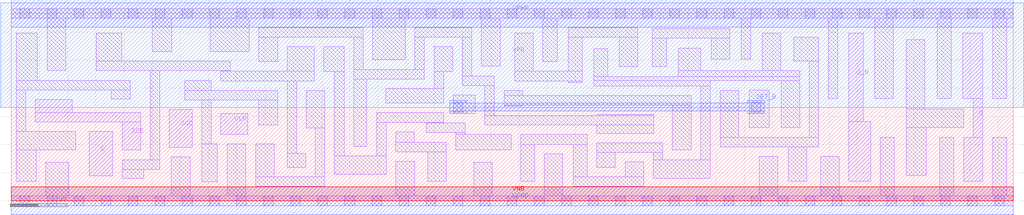
<source format=lef>
# Copyright 2020 The SkyWater PDK Authors
#
# Licensed under the Apache License, Version 2.0 (the "License");
# you may not use this file except in compliance with the License.
# You may obtain a copy of the License at
#
#     https://www.apache.org/licenses/LICENSE-2.0
#
# Unless required by applicable law or agreed to in writing, software
# distributed under the License is distributed on an "AS IS" BASIS,
# WITHOUT WARRANTIES OR CONDITIONS OF ANY KIND, either express or implied.
# See the License for the specific language governing permissions and
# limitations under the License.
#
# SPDX-License-Identifier: Apache-2.0

VERSION 5.7 ;
  NOWIREEXTENSIONATPIN ON ;
  DIVIDERCHAR "/" ;
  BUSBITCHARS "[]" ;
MACRO sky130_fd_sc_ms__sdfsbp_2
  CLASS CORE ;
  FOREIGN sky130_fd_sc_ms__sdfsbp_2 ;
  ORIGIN  0.000000  0.000000 ;
  SIZE  17.76000 BY  3.330000 ;
  SYMMETRY X Y ;
  SITE unit ;
  PIN D
    ANTENNAGATEAREA  0.178200 ;
    DIRECTION INPUT ;
    USE SIGNAL ;
    PORT
      LAYER li1 ;
        RECT 1.385000 0.440000 1.795000 1.230000 ;
    END
  END D
  PIN Q
    ANTENNADIFFAREA  0.509600 ;
    DIRECTION OUTPUT ;
    USE SIGNAL ;
    PORT
      LAYER li1 ;
        RECT 16.865000 1.820000 17.225000 2.980000 ;
        RECT 16.885000 0.350000 17.225000 1.130000 ;
        RECT 17.055000 1.130000 17.225000 1.820000 ;
    END
  END Q
  PIN Q_N
    ANTENNADIFFAREA  0.524400 ;
    DIRECTION OUTPUT ;
    USE SIGNAL ;
    PORT
      LAYER li1 ;
        RECT 14.850000 0.350000 15.235000 1.410000 ;
        RECT 14.850000 1.410000 15.105000 2.980000 ;
    END
  END Q_N
  PIN SCD
    ANTENNAGATEAREA  0.178200 ;
    DIRECTION INPUT ;
    USE SIGNAL ;
    PORT
      LAYER li1 ;
        RECT 2.805000 0.950000 3.205000 1.620000 ;
    END
  END SCD
  PIN SCE
    ANTENNAGATEAREA  0.356400 ;
    DIRECTION INPUT ;
    USE SIGNAL ;
    PORT
      LAYER li1 ;
        RECT 0.425000 1.400000 2.295000 1.570000 ;
        RECT 0.425000 1.570000 1.085000 1.800000 ;
        RECT 1.965000 0.900000 2.295000 1.400000 ;
    END
  END SCE
  PIN SET_B
    ANTENNAGATEAREA  0.277200 ;
    DIRECTION INPUT ;
    USE SIGNAL ;
    PORT
      LAYER met1 ;
        RECT  7.775000 1.550000  8.065000 1.595000 ;
        RECT  7.775000 1.595000 13.345000 1.735000 ;
        RECT  7.775000 1.735000  8.065000 1.780000 ;
        RECT 13.055000 1.550000 13.345000 1.595000 ;
        RECT 13.055000 1.735000 13.345000 1.780000 ;
    END
  END SET_B
  PIN CLK
    ANTENNAGATEAREA  0.312600 ;
    DIRECTION INPUT ;
    USE CLOCK ;
    PORT
      LAYER li1 ;
        RECT 3.715000 1.180000 4.195000 1.550000 ;
    END
  END CLK
  PIN VGND
    DIRECTION INOUT ;
    USE GROUND ;
    PORT
      LAYER met1 ;
        RECT 0.000000 -0.245000 17.760000 0.245000 ;
    END
  END VGND
  PIN VNB
    DIRECTION INOUT ;
    USE GROUND ;
    PORT
      LAYER pwell ;
        RECT 0.000000 0.000000 17.760000 0.245000 ;
    END
  END VNB
  PIN VPB
    DIRECTION INOUT ;
    USE POWER ;
    PORT
      LAYER nwell ;
        RECT -0.190000 1.660000 17.950000 3.520000 ;
    END
  END VPB
  PIN VPWR
    DIRECTION INOUT ;
    USE POWER ;
    PORT
      LAYER met1 ;
        RECT 0.000000 3.085000 17.760000 3.575000 ;
    END
  END VPWR
  OBS
    LAYER li1 ;
      RECT  0.000000 -0.085000 17.760000 0.085000 ;
      RECT  0.000000  3.245000 17.760000 3.415000 ;
      RECT  0.085000  0.350000  0.445000 0.900000 ;
      RECT  0.085000  0.900000  1.145000 1.230000 ;
      RECT  0.085000  1.230000  0.255000 1.970000 ;
      RECT  0.085000  1.970000  2.105000 2.140000 ;
      RECT  0.085000  2.140000  0.465000 2.980000 ;
      RECT  0.615000  0.085000  1.020000 0.680000 ;
      RECT  0.635000  2.310000  0.965000 3.245000 ;
      RECT  1.505000  2.310000  3.885000 2.480000 ;
      RECT  1.505000  2.480000  1.955000 2.980000 ;
      RECT  1.775000  1.810000  2.105000 1.970000 ;
      RECT  1.965000  0.400000  2.350000 0.560000 ;
      RECT  1.965000  0.560000  2.635000 0.730000 ;
      RECT  2.465000  0.730000  2.635000 2.310000 ;
      RECT  2.495000  2.650000  2.845000 3.245000 ;
      RECT  2.840000  0.085000  3.170000 0.780000 ;
      RECT  3.075000  1.790000  4.720000 1.960000 ;
      RECT  3.075000  1.960000  3.545000 2.140000 ;
      RECT  3.375000  0.340000  3.650000 1.010000 ;
      RECT  3.375000  1.010000  3.545000 1.790000 ;
      RECT  3.525000  2.650000  4.220000 3.245000 ;
      RECT  3.715000  2.130000  5.370000 2.300000 ;
      RECT  3.715000  2.300000  3.885000 2.310000 ;
      RECT  3.830000  0.085000  4.160000 1.010000 ;
      RECT  4.330000  0.255000  5.560000 0.425000 ;
      RECT  4.330000  0.425000  4.660000 1.010000 ;
      RECT  4.390000  1.350000  4.720000 1.790000 ;
      RECT  4.390000  2.470000  4.720000 2.905000 ;
      RECT  4.390000  2.905000  6.240000 3.075000 ;
      RECT  4.890000  0.595000  5.220000 0.845000 ;
      RECT  4.890000  0.845000  5.060000 2.130000 ;
      RECT  4.890000  2.300000  5.370000 2.735000 ;
      RECT  5.230000  1.290000  5.560000 1.960000 ;
      RECT  5.390000  0.425000  5.560000 1.290000 ;
      RECT  5.540000  2.295000  5.900000 2.735000 ;
      RECT  5.730000  0.470000  6.645000 0.800000 ;
      RECT  5.730000  0.800000  5.900000 2.295000 ;
      RECT  6.070000  0.970000  6.305000 2.165000 ;
      RECT  6.070000  2.165000  7.325000 2.335000 ;
      RECT  6.070000  2.335000  6.240000 2.905000 ;
      RECT  6.410000  2.505000  6.985000 3.245000 ;
      RECT  6.475000  0.800000  6.645000 1.395000 ;
      RECT  6.475000  1.395000  7.665000 1.565000 ;
      RECT  6.635000  1.735000  7.665000 1.995000 ;
      RECT  6.815000  0.085000  7.150000 0.700000 ;
      RECT  6.815000  0.870000  7.710000 1.040000 ;
      RECT  6.815000  1.040000  7.145000 1.225000 ;
      RECT  7.155000  2.335000  7.325000 2.905000 ;
      RECT  7.155000  2.905000  8.165000 3.075000 ;
      RECT  7.355000  1.210000  8.050000 1.380000 ;
      RECT  7.355000  1.380000  7.665000 1.395000 ;
      RECT  7.380000  0.350000  7.710000 0.870000 ;
      RECT  7.495000  1.995000  7.665000 2.295000 ;
      RECT  7.495000  2.295000  7.825000 2.735000 ;
      RECT  7.835000  1.550000  8.225000 1.880000 ;
      RECT  7.880000  0.900000  8.860000 1.175000 ;
      RECT  7.880000  1.175000  8.050000 1.210000 ;
      RECT  7.995000  2.050000  8.565000 2.220000 ;
      RECT  7.995000  2.220000  8.165000 2.905000 ;
      RECT  8.200000  0.085000  8.530000 0.680000 ;
      RECT  8.335000  2.390000  8.665000 3.245000 ;
      RECT  8.395000  1.345000 11.390000 1.515000 ;
      RECT  8.395000  1.515000  8.565000 2.050000 ;
      RECT  8.735000  1.685000  9.065000 1.700000 ;
      RECT  8.735000  1.700000 12.050000 1.870000 ;
      RECT  8.735000  1.870000  9.065000 1.960000 ;
      RECT  8.925000  2.130000 10.125000 2.300000 ;
      RECT  8.925000  2.300000  9.255000 2.980000 ;
      RECT  9.030000  0.350000  9.280000 1.005000 ;
      RECT  9.030000  1.005000 10.210000 1.175000 ;
      RECT  9.425000  2.470000  9.675000 3.245000 ;
      RECT  9.450000  0.085000  9.780000 0.835000 ;
      RECT  9.875000  2.100000 10.125000 2.130000 ;
      RECT  9.875000  2.300000 10.125000 2.905000 ;
      RECT  9.875000  2.905000 11.105000 3.075000 ;
      RECT  9.960000  0.255000 11.210000 0.425000 ;
      RECT  9.960000  0.425000 10.210000 1.005000 ;
      RECT 10.325000  2.040000 12.390000 2.140000 ;
      RECT 10.325000  2.140000 13.975000 2.210000 ;
      RECT 10.325000  2.210000 10.575000 2.700000 ;
      RECT 10.380000  0.595000 10.710000 0.860000 ;
      RECT 10.380000  0.860000 11.550000 1.030000 ;
      RECT 10.380000  1.200000 11.390000 1.345000 ;
      RECT 10.380000  1.515000 11.390000 1.530000 ;
      RECT 10.775000  2.380000 11.105000 2.905000 ;
      RECT 10.880000  0.425000 11.210000 0.690000 ;
      RECT 11.365000  2.385000 11.620000 2.885000 ;
      RECT 11.365000  2.885000 12.740000 3.055000 ;
      RECT 11.380000  0.400000 12.390000 0.730000 ;
      RECT 11.380000  0.730000 11.550000 0.860000 ;
      RECT 11.720000  0.900000 12.050000 1.700000 ;
      RECT 11.820000  2.210000 13.975000 2.310000 ;
      RECT 11.820000  2.310000 12.220000 2.715000 ;
      RECT 12.220000  0.730000 12.390000 2.040000 ;
      RECT 12.410000  2.520000 12.740000 2.885000 ;
      RECT 12.565000  0.960000 14.315000 1.130000 ;
      RECT 12.565000  1.130000 12.895000 1.960000 ;
      RECT 12.940000  2.520000 13.110000 3.245000 ;
      RECT 13.085000  1.300000 13.435000 1.970000 ;
      RECT 13.260000  0.085000 13.590000 0.790000 ;
      RECT 13.310000  2.310000 13.640000 2.980000 ;
      RECT 13.645000  1.300000 13.975000 2.140000 ;
      RECT 13.770000  0.350000 14.100000 0.960000 ;
      RECT 13.870000  2.480000 14.315000 2.910000 ;
      RECT 14.145000  1.130000 14.315000 2.480000 ;
      RECT 14.350000  0.085000 14.680000 0.790000 ;
      RECT 14.485000  1.820000 14.655000 3.245000 ;
      RECT 15.305000  1.820000 15.635000 3.245000 ;
      RECT 15.405000  0.085000 15.655000 1.130000 ;
      RECT 15.865000  0.450000 16.220000 1.300000 ;
      RECT 15.865000  1.300000 16.885000 1.630000 ;
      RECT 15.865000  1.630000 16.195000 2.860000 ;
      RECT 16.415000  1.820000 16.665000 3.245000 ;
      RECT 16.455000  0.085000 16.705000 1.130000 ;
      RECT 17.395000  0.085000 17.645000 1.130000 ;
      RECT 17.395000  1.820000 17.645000 3.245000 ;
    LAYER mcon ;
      RECT  0.155000 -0.085000  0.325000 0.085000 ;
      RECT  0.155000  3.245000  0.325000 3.415000 ;
      RECT  0.635000 -0.085000  0.805000 0.085000 ;
      RECT  0.635000  3.245000  0.805000 3.415000 ;
      RECT  1.115000 -0.085000  1.285000 0.085000 ;
      RECT  1.115000  3.245000  1.285000 3.415000 ;
      RECT  1.595000 -0.085000  1.765000 0.085000 ;
      RECT  1.595000  3.245000  1.765000 3.415000 ;
      RECT  2.075000 -0.085000  2.245000 0.085000 ;
      RECT  2.075000  3.245000  2.245000 3.415000 ;
      RECT  2.555000 -0.085000  2.725000 0.085000 ;
      RECT  2.555000  3.245000  2.725000 3.415000 ;
      RECT  3.035000 -0.085000  3.205000 0.085000 ;
      RECT  3.035000  3.245000  3.205000 3.415000 ;
      RECT  3.515000 -0.085000  3.685000 0.085000 ;
      RECT  3.515000  3.245000  3.685000 3.415000 ;
      RECT  3.995000 -0.085000  4.165000 0.085000 ;
      RECT  3.995000  3.245000  4.165000 3.415000 ;
      RECT  4.475000 -0.085000  4.645000 0.085000 ;
      RECT  4.475000  3.245000  4.645000 3.415000 ;
      RECT  4.955000 -0.085000  5.125000 0.085000 ;
      RECT  4.955000  3.245000  5.125000 3.415000 ;
      RECT  5.435000 -0.085000  5.605000 0.085000 ;
      RECT  5.435000  3.245000  5.605000 3.415000 ;
      RECT  5.915000 -0.085000  6.085000 0.085000 ;
      RECT  5.915000  3.245000  6.085000 3.415000 ;
      RECT  6.395000 -0.085000  6.565000 0.085000 ;
      RECT  6.395000  3.245000  6.565000 3.415000 ;
      RECT  6.875000 -0.085000  7.045000 0.085000 ;
      RECT  6.875000  3.245000  7.045000 3.415000 ;
      RECT  7.355000 -0.085000  7.525000 0.085000 ;
      RECT  7.355000  3.245000  7.525000 3.415000 ;
      RECT  7.835000 -0.085000  8.005000 0.085000 ;
      RECT  7.835000  1.580000  8.005000 1.750000 ;
      RECT  7.835000  3.245000  8.005000 3.415000 ;
      RECT  8.315000 -0.085000  8.485000 0.085000 ;
      RECT  8.315000  3.245000  8.485000 3.415000 ;
      RECT  8.795000 -0.085000  8.965000 0.085000 ;
      RECT  8.795000  3.245000  8.965000 3.415000 ;
      RECT  9.275000 -0.085000  9.445000 0.085000 ;
      RECT  9.275000  3.245000  9.445000 3.415000 ;
      RECT  9.755000 -0.085000  9.925000 0.085000 ;
      RECT  9.755000  3.245000  9.925000 3.415000 ;
      RECT 10.235000 -0.085000 10.405000 0.085000 ;
      RECT 10.235000  3.245000 10.405000 3.415000 ;
      RECT 10.715000 -0.085000 10.885000 0.085000 ;
      RECT 10.715000  3.245000 10.885000 3.415000 ;
      RECT 11.195000 -0.085000 11.365000 0.085000 ;
      RECT 11.195000  3.245000 11.365000 3.415000 ;
      RECT 11.675000 -0.085000 11.845000 0.085000 ;
      RECT 11.675000  3.245000 11.845000 3.415000 ;
      RECT 12.155000 -0.085000 12.325000 0.085000 ;
      RECT 12.155000  3.245000 12.325000 3.415000 ;
      RECT 12.635000 -0.085000 12.805000 0.085000 ;
      RECT 12.635000  3.245000 12.805000 3.415000 ;
      RECT 13.115000 -0.085000 13.285000 0.085000 ;
      RECT 13.115000  1.580000 13.285000 1.750000 ;
      RECT 13.115000  3.245000 13.285000 3.415000 ;
      RECT 13.595000 -0.085000 13.765000 0.085000 ;
      RECT 13.595000  3.245000 13.765000 3.415000 ;
      RECT 14.075000 -0.085000 14.245000 0.085000 ;
      RECT 14.075000  3.245000 14.245000 3.415000 ;
      RECT 14.555000 -0.085000 14.725000 0.085000 ;
      RECT 14.555000  3.245000 14.725000 3.415000 ;
      RECT 15.035000 -0.085000 15.205000 0.085000 ;
      RECT 15.035000  3.245000 15.205000 3.415000 ;
      RECT 15.515000 -0.085000 15.685000 0.085000 ;
      RECT 15.515000  3.245000 15.685000 3.415000 ;
      RECT 15.995000 -0.085000 16.165000 0.085000 ;
      RECT 15.995000  3.245000 16.165000 3.415000 ;
      RECT 16.475000 -0.085000 16.645000 0.085000 ;
      RECT 16.475000  3.245000 16.645000 3.415000 ;
      RECT 16.955000 -0.085000 17.125000 0.085000 ;
      RECT 16.955000  3.245000 17.125000 3.415000 ;
      RECT 17.435000 -0.085000 17.605000 0.085000 ;
      RECT 17.435000  3.245000 17.605000 3.415000 ;
  END
END sky130_fd_sc_ms__sdfsbp_2
END LIBRARY

</source>
